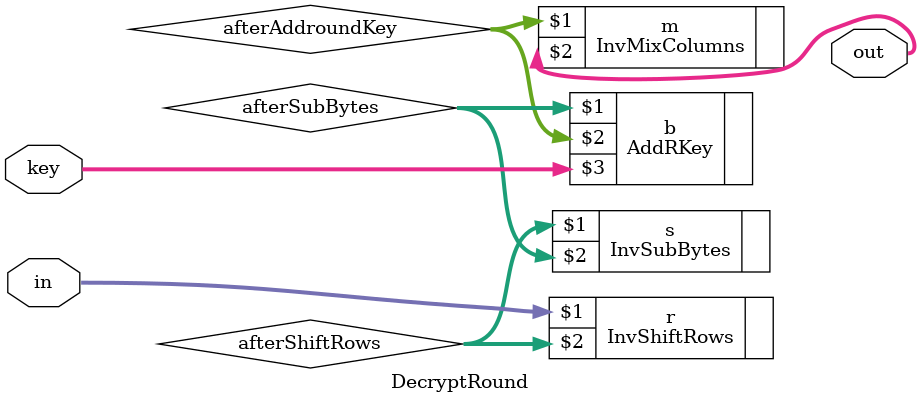
<source format=v>
module DecryptRound(
  input [127:0] in,
  input [127:0] key,
  output [127:0] out
);
  wire [127:0] afterSubBytes;
  wire [127:0] afterShiftRows;
  wire [127:0] afterMixColumns;
  wire [127:0] afterAddroundKey;

  // Inverse ShiftRows operation
  InvShiftRows r(in, afterShiftRows);
  
  // Inverse SubBytes operation
  InvSubBytes s(afterShiftRows, afterSubBytes);
  
  // AddRoundKey operation
  AddRKey b(afterSubBytes, afterAddroundKey, key);
  
  // Inverse MixColumns operation
  InvMixColumns m(afterAddroundKey, out);
		
endmodule

</source>
